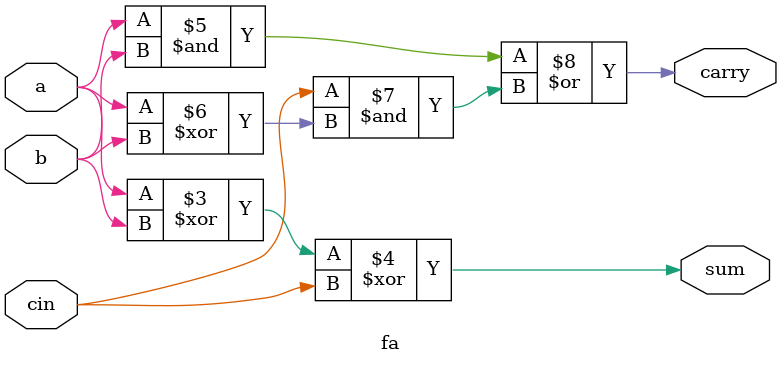
<source format=v>
module fa(input a,b,cin,output  sum,carry);
assign sum=a^b^cin;
assign carry=(a&b)|(cin&(a^b));
endmodule


module fa_tb();
reg a,b,cin;
wire sum,carry;

fa gate(a,b,cin,sum,carry);

initial
      repeat(7)
     begin
     a=$random;b=$random;cin=$random;#10;
     end

     initial

     $monitor("a=%b b=%b cin=%B sum=%b carry=%b time=%0t",a,b,cin,sum,carry,$time);
     endmodule


</source>
